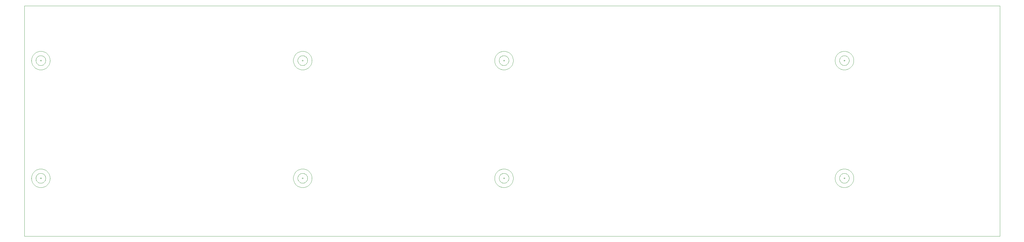
<source format=gbs>
*%FSLAX23Y23*%
*%MOIN*%
G01*
D11*
X4105Y6604D02*
X15837D01*
Y9379D02*
X4105D01*
Y6604D01*
X15837D02*
Y9379D01*
D27*
X15185Y9204D02*
D03*
X15180Y8494D02*
D03*
X15175Y8789D02*
D03*
X15125Y8919D02*
D03*
Y8569D02*
D03*
X15185Y7789D02*
D03*
Y7084D02*
D03*
Y6734D02*
D03*
X15155Y6759D02*
D03*
X15125Y6784D02*
D03*
X15095Y6809D02*
D03*
X15185Y7134D02*
D03*
X15155Y7349D02*
D03*
Y7489D02*
D03*
X15030Y6829D02*
D03*
X15025Y7534D02*
D03*
X14885Y8884D02*
D03*
X14990Y8839D02*
D03*
X14880Y8179D02*
D03*
X14915Y8639D02*
D03*
X14850Y8769D02*
D03*
X15020Y8239D02*
D03*
X14840Y7284D02*
D03*
X14885Y7399D02*
D03*
Y6769D02*
D03*
X14935Y7194D02*
D03*
X14710Y9134D02*
D03*
X14705Y8359D02*
D03*
X14710Y7709D02*
D03*
X14485Y9079D02*
D03*
Y8649D02*
D03*
Y8004D02*
D03*
X14455Y8929D02*
D03*
X14490Y7089D02*
D03*
X14560Y6904D02*
D03*
X14350Y8184D02*
D03*
X14290Y7860D02*
D03*
Y8504D02*
D03*
X14295Y9249D02*
D03*
X14345Y7264D02*
D03*
Y7534D02*
D03*
X14094Y9064D02*
D03*
X14185Y8909D02*
D03*
X14095Y8239D02*
D03*
X14145Y7554D02*
D03*
X13955Y9209D02*
D03*
X13900Y6989D02*
D03*
X14038Y7662D02*
D03*
X13705Y9334D02*
D03*
X13780Y8889D02*
D03*
X13790Y7794D02*
D03*
Y8279D02*
D03*
X13805Y8379D02*
D03*
X13730Y7934D02*
D03*
X13670Y8368D02*
D03*
X13795Y7934D02*
D03*
X13765Y6894D02*
D03*
X13790Y7284D02*
D03*
X13805Y7454D02*
D03*
X13660Y7599D02*
D03*
X13480Y8609D02*
D03*
X13511Y8574D02*
D03*
X13570Y8889D02*
D03*
X13485Y8104D02*
D03*
Y7619D02*
D03*
X13540Y6794D02*
D03*
X13578Y7044D02*
D03*
X13485Y7529D02*
D03*
X13335Y9299D02*
D03*
X13370Y8434D02*
D03*
X13385Y7964D02*
D03*
X13363Y8521D02*
D03*
X13260Y8474D02*
D03*
X13425Y7964D02*
D03*
X13410Y7919D02*
D03*
X13425Y7019D02*
D03*
X13410Y7434D02*
D03*
X13430Y6944D02*
D03*
X13410Y7474D02*
D03*
X13250Y7987D02*
D03*
X13185Y8909D02*
D03*
X13120Y6997D02*
D03*
X13255Y7539D02*
D03*
X12885Y9249D02*
D03*
X12880Y7874D02*
D03*
Y8324D02*
D03*
Y8699D02*
D03*
Y8549D02*
D03*
Y8099D02*
D03*
X12930Y7019D02*
D03*
X12880Y7424D02*
D03*
Y7199D02*
D03*
Y7649D02*
D03*
X12857Y9324D02*
D03*
X12805Y9074D02*
D03*
X12804Y9194D02*
D03*
X12736Y8979D02*
D03*
X12750Y6854D02*
D03*
X12865D02*
D03*
Y6959D02*
D03*
X12750Y6989D02*
D03*
X12715Y6874D02*
D03*
X12575Y9134D02*
D03*
X12610Y8499D02*
D03*
X12505Y9152D02*
D03*
X12525Y8509D02*
D03*
X12495Y8479D02*
D03*
X12623Y8808D02*
D03*
X12601Y8778D02*
D03*
X12560Y8344D02*
D03*
X12570Y7759D02*
D03*
X12568Y8190D02*
D03*
X12531Y7955D02*
D03*
X12593Y6796D02*
D03*
X12465Y8788D02*
D03*
X12284Y8909D02*
D03*
X12343Y8363D02*
D03*
X12403Y8364D02*
D03*
X12373Y8394D02*
D03*
X12313D02*
D03*
X12435Y8419D02*
D03*
X12465Y8449D02*
D03*
X12285Y7754D02*
D03*
X12440Y7759D02*
D03*
X12437Y8190D02*
D03*
Y8065D02*
D03*
X12470Y7299D02*
D03*
X12315Y6854D02*
D03*
Y7009D02*
D03*
X12470Y7635D02*
D03*
X12415Y7069D02*
D03*
Y6949D02*
D03*
X12450Y6909D02*
D03*
X12361Y6764D02*
D03*
X12244Y8909D02*
D03*
X12258Y8394D02*
D03*
X12228Y8419D02*
D03*
X12198Y8449D02*
D03*
X12168Y8479D02*
D03*
X12113Y8404D02*
D03*
X12100Y7869D02*
D03*
X12130Y7839D02*
D03*
X12255Y7784D02*
D03*
X12225Y7814D02*
D03*
X12195Y7844D02*
D03*
X12200Y6854D02*
D03*
Y7039D02*
D03*
X12165Y6874D02*
D03*
X12053Y8464D02*
D03*
X11910Y8294D02*
D03*
X12083Y8434D02*
D03*
X12070Y7899D02*
D03*
X12040Y7929D02*
D03*
X11970Y7939D02*
D03*
X11940Y7969D02*
D03*
X11910Y7999D02*
D03*
X11965Y7559D02*
D03*
X12045Y6796D02*
D03*
X11903Y6909D02*
D03*
X11901Y7319D02*
D03*
X11880Y8029D02*
D03*
Y8089D02*
D03*
X11850Y8119D02*
D03*
X11820Y8149D02*
D03*
X11765Y8239D02*
D03*
X11720Y6704D02*
D03*
X11750Y6734D02*
D03*
X11765Y7559D02*
D03*
X11705Y7214D02*
D03*
X11835Y7229D02*
D03*
X11865Y6909D02*
D03*
X11805Y6759D02*
D03*
X11830Y7039D02*
D03*
X11570Y8524D02*
D03*
X11535Y8494D02*
D03*
X11505Y8524D02*
D03*
X11655Y7300D02*
D03*
X11625Y7414D02*
D03*
X11595Y7484D02*
D03*
X11565Y7559D02*
D03*
X11535Y6824D02*
D03*
X11660Y6649D02*
D03*
X11690Y6674D02*
D03*
X11385Y8324D02*
D03*
Y8024D02*
D03*
X11445Y8584D02*
D03*
X11410Y8375D02*
D03*
Y8120D02*
D03*
Y7903D02*
D03*
X11307Y8644D02*
D03*
X11385Y7679D02*
D03*
X11355Y7069D02*
D03*
X11410Y7647D02*
D03*
X11323Y7378D02*
D03*
X11465Y7389D02*
D03*
X11311Y6914D02*
D03*
X11220Y8529D02*
D03*
X11175Y8304D02*
D03*
X11300Y8218D02*
D03*
Y7824D02*
D03*
X11250Y8304D02*
D03*
X11200Y7094D02*
D03*
X11230Y7499D02*
D03*
X11155Y7144D02*
D03*
X11110D02*
D03*
Y7094D02*
D03*
X11150Y7709D02*
D03*
Y7634D02*
D03*
X11165Y7304D02*
D03*
X11055Y8444D02*
D03*
X10937Y8644D02*
D03*
X10976Y7199D02*
D03*
X11035Y7334D02*
D03*
X10935Y7199D02*
D03*
X11005Y6889D02*
D03*
Y6964D02*
D03*
X11095Y7579D02*
D03*
X10976Y7374D02*
D03*
X10760Y9344D02*
D03*
X10845Y8529D02*
D03*
X10760Y8644D02*
D03*
X10890Y7499D02*
D03*
X10780Y7035D02*
D03*
X10745Y6659D02*
D03*
X10641Y8444D02*
D03*
X10560Y7724D02*
D03*
X10681Y7579D02*
D03*
X10440Y8198D02*
D03*
X10490Y8524D02*
D03*
X10345Y8257D02*
D03*
X10350Y7989D02*
D03*
X10440Y7804D02*
D03*
X10330Y7903D02*
D03*
X10415Y8664D02*
D03*
X10480Y8399D02*
D03*
Y8329D02*
D03*
X10350Y7674D02*
D03*
X10510Y7499D02*
D03*
X10464Y7473D02*
D03*
X10485Y7724D02*
D03*
X10330Y7627D02*
D03*
X10140Y8329D02*
D03*
Y8399D02*
D03*
X10228Y7754D02*
D03*
X10200Y7924D02*
D03*
X10145Y8899D02*
D03*
X10230Y8440D02*
D03*
X10210Y8139D02*
D03*
X10260Y6749D02*
D03*
X10205Y7439D02*
D03*
X10235Y7489D02*
D03*
X10170Y7647D02*
D03*
X10140Y7521D02*
D03*
X9935Y8170D02*
D03*
X9611Y8159D02*
D03*
X9370Y8184D02*
D03*
X9530Y8034D02*
D03*
X9360Y8584D02*
D03*
X9315Y8284D02*
D03*
Y8384D02*
D03*
X9320Y8884D02*
D03*
Y8784D02*
D03*
X9266Y8134D02*
D03*
X9270Y8634D02*
D03*
X9230Y7174D02*
D03*
X9255Y7609D02*
D03*
X9110Y8459D02*
D03*
X8990Y8179D02*
D03*
Y8694D02*
D03*
X9068Y8179D02*
D03*
X9017Y8294D02*
D03*
X9094Y8694D02*
D03*
X9017Y8799D02*
D03*
X9120Y8964D02*
D03*
X8985Y7084D02*
D03*
X9090Y7232D02*
D03*
X9060Y7174D02*
D03*
X8880Y8109D02*
D03*
Y8614D02*
D03*
X8815Y8303D02*
D03*
Y8808D02*
D03*
X8890Y7344D02*
D03*
X8945Y7444D02*
D03*
X8585Y7949D02*
D03*
Y7504D02*
D03*
X8610Y7339D02*
D03*
X8745Y7184D02*
D03*
X8415Y8164D02*
D03*
Y8669D02*
D03*
X8240Y8929D02*
D03*
X8110Y8721D02*
D03*
X7815Y8749D02*
D03*
Y7304D02*
D03*
X7710Y7344D02*
D03*
X7300Y6859D02*
D03*
X6715Y8494D02*
D03*
X6612Y9124D02*
D03*
X6575Y8494D02*
D03*
X6485Y7304D02*
D03*
X5865Y9129D02*
D03*
X5962Y8494D02*
D03*
X5823D02*
D03*
X5340Y7979D02*
D03*
X5335Y8529D02*
D03*
X5190Y8474D02*
D03*
Y7924D02*
D03*
X5226Y7727D02*
D03*
X5190Y7419D02*
D03*
X5130Y7139D02*
D03*
X5060Y7174D02*
D03*
X5040Y8224D02*
D03*
Y7927D02*
D03*
X4926Y8424D02*
D03*
X4655Y8024D02*
D03*
X4840Y7394D02*
D03*
X4820Y7579D02*
D03*
X4305Y6794D02*
D03*
D31*
X13855Y8720D02*
X13856D01*
X13855D02*
X13856Y8709D01*
X13857Y8699D01*
X13860Y8688D01*
X13863Y8678D01*
X13867Y8669D01*
X13873Y8659D01*
X13879Y8651D01*
X13886Y8643D01*
X13894Y8635D01*
X13902Y8629D01*
X13911Y8623D01*
X13920Y8618D01*
X13930Y8614D01*
X13941Y8611D01*
X13951Y8609D01*
X13962Y8608D01*
X13972D01*
X13983Y8609D01*
X13993Y8611D01*
X14004Y8614D01*
X14014Y8618D01*
X14023Y8623D01*
X14032Y8629D01*
X14040Y8635D01*
X14048Y8643D01*
X14055Y8651D01*
X14061Y8659D01*
X14067Y8669D01*
X14071Y8678D01*
X14074Y8688D01*
X14077Y8699D01*
X14078Y8709D01*
X14079Y8720D01*
X14080D01*
X14079D02*
X14078Y8731D01*
X14077Y8741D01*
X14074Y8752D01*
X14071Y8762D01*
X14067Y8771D01*
X14061Y8781D01*
X14055Y8789D01*
X14048Y8797D01*
X14040Y8805D01*
X14032Y8811D01*
X14023Y8817D01*
X14014Y8822D01*
X14004Y8826D01*
X13993Y8829D01*
X13983Y8831D01*
X13972Y8832D01*
X13962D01*
X13951Y8831D01*
X13941Y8829D01*
X13930Y8826D01*
X13920Y8822D01*
X13911Y8817D01*
X13902Y8811D01*
X13894Y8805D01*
X13886Y8797D01*
X13879Y8789D01*
X13873Y8781D01*
X13867Y8771D01*
X13863Y8762D01*
X13860Y8752D01*
X13857Y8741D01*
X13856Y8731D01*
X13855Y8720D01*
X13908D02*
X13909D01*
X13908D02*
X13909Y8711D01*
X13911Y8703D01*
X13914Y8694D01*
X13918Y8687D01*
X13924Y8680D01*
X13930Y8674D01*
X13938Y8669D01*
X13945Y8665D01*
X13954Y8662D01*
X13963Y8661D01*
X13971D01*
X13980Y8662D01*
X13989Y8665D01*
X13996Y8669D01*
X14004Y8674D01*
X14010Y8680D01*
X14016Y8687D01*
X14020Y8694D01*
X14023Y8703D01*
X14025Y8711D01*
X14026Y8720D01*
X14027D01*
X14026D02*
X14025Y8729D01*
X14023Y8737D01*
X14020Y8746D01*
X14016Y8753D01*
X14010Y8760D01*
X14004Y8766D01*
X13996Y8771D01*
X13989Y8775D01*
X13980Y8778D01*
X13971Y8779D01*
X13963D01*
X13954Y8778D01*
X13945Y8775D01*
X13938Y8771D01*
X13930Y8766D01*
X13924Y8760D01*
X13918Y8753D01*
X13914Y8746D01*
X13911Y8737D01*
X13909Y8729D01*
X13908Y8720D01*
X13961D02*
X13962D01*
X13961D02*
X13961Y8718D01*
X13962Y8716D01*
X13964Y8715D01*
X13966Y8714D01*
X13968D01*
X13970Y8715D01*
X13972Y8716D01*
X13973Y8718D01*
X13973Y8720D01*
X13974D01*
X13973D02*
X13973Y8722D01*
X13972Y8724D01*
X13970Y8725D01*
X13968Y8726D01*
X13966D01*
X13964Y8725D01*
X13962Y8724D01*
X13961Y8722D01*
X13961Y8720D01*
X13855Y7303D02*
X13856D01*
X13855D02*
X13856Y7292D01*
X13857Y7282D01*
X13860Y7271D01*
X13863Y7261D01*
X13867Y7252D01*
X13873Y7242D01*
X13879Y7234D01*
X13886Y7226D01*
X13894Y7218D01*
X13902Y7212D01*
X13911Y7206D01*
X13920Y7201D01*
X13930Y7197D01*
X13941Y7194D01*
X13951Y7192D01*
X13962Y7191D01*
X13972D01*
X13983Y7192D01*
X13993Y7194D01*
X14004Y7197D01*
X14014Y7201D01*
X14023Y7206D01*
X14032Y7212D01*
X14040Y7218D01*
X14048Y7226D01*
X14055Y7234D01*
X14061Y7242D01*
X14067Y7252D01*
X14071Y7261D01*
X14074Y7271D01*
X14077Y7282D01*
X14078Y7292D01*
X14079Y7303D01*
X14080D01*
X14079D02*
X14078Y7314D01*
X14077Y7324D01*
X14074Y7335D01*
X14071Y7345D01*
X14067Y7354D01*
X14061Y7364D01*
X14055Y7372D01*
X14048Y7380D01*
X14040Y7388D01*
X14032Y7394D01*
X14023Y7400D01*
X14014Y7405D01*
X14004Y7409D01*
X13993Y7412D01*
X13983Y7414D01*
X13972Y7415D01*
X13962D01*
X13951Y7414D01*
X13941Y7412D01*
X13930Y7409D01*
X13920Y7405D01*
X13911Y7400D01*
X13902Y7394D01*
X13894Y7388D01*
X13886Y7380D01*
X13879Y7372D01*
X13873Y7364D01*
X13867Y7354D01*
X13863Y7345D01*
X13860Y7335D01*
X13857Y7324D01*
X13856Y7314D01*
X13855Y7303D01*
X13908D02*
X13909D01*
X13908D02*
X13909Y7294D01*
X13911Y7286D01*
X13914Y7277D01*
X13918Y7270D01*
X13924Y7263D01*
X13930Y7257D01*
X13938Y7252D01*
X13945Y7248D01*
X13954Y7245D01*
X13963Y7244D01*
X13971D01*
X13980Y7245D01*
X13989Y7248D01*
X13996Y7252D01*
X14004Y7257D01*
X14010Y7263D01*
X14016Y7270D01*
X14020Y7277D01*
X14023Y7286D01*
X14025Y7294D01*
X14026Y7303D01*
X14027D01*
X14026D02*
X14025Y7312D01*
X14023Y7320D01*
X14020Y7329D01*
X14016Y7336D01*
X14010Y7343D01*
X14004Y7349D01*
X13996Y7354D01*
X13989Y7358D01*
X13980Y7361D01*
X13971Y7362D01*
X13963D01*
X13954Y7361D01*
X13945Y7358D01*
X13938Y7354D01*
X13930Y7349D01*
X13924Y7343D01*
X13918Y7336D01*
X13914Y7329D01*
X13911Y7320D01*
X13909Y7312D01*
X13908Y7303D01*
X13961D02*
X13962D01*
X13961D02*
X13961Y7301D01*
X13962Y7299D01*
X13964Y7298D01*
X13966Y7297D01*
X13968D01*
X13970Y7298D01*
X13972Y7299D01*
X13973Y7301D01*
X13973Y7303D01*
X13974D01*
X13973D02*
X13973Y7305D01*
X13972Y7307D01*
X13970Y7308D01*
X13968Y7309D01*
X13966D01*
X13964Y7308D01*
X13962Y7307D01*
X13961Y7305D01*
X13961Y7303D01*
X9761Y8720D02*
X9762D01*
X9761D02*
X9762Y8709D01*
X9763Y8699D01*
X9766Y8688D01*
X9769Y8678D01*
X9773Y8669D01*
X9779Y8659D01*
X9785Y8651D01*
X9792Y8643D01*
X9800Y8635D01*
X9808Y8629D01*
X9817Y8623D01*
X9826Y8618D01*
X9836Y8614D01*
X9847Y8611D01*
X9857Y8609D01*
X9868Y8608D01*
X9878D01*
X9889Y8609D01*
X9899Y8611D01*
X9910Y8614D01*
X9920Y8618D01*
X9929Y8623D01*
X9938Y8629D01*
X9946Y8635D01*
X9954Y8643D01*
X9961Y8651D01*
X9967Y8659D01*
X9973Y8669D01*
X9977Y8678D01*
X9980Y8688D01*
X9983Y8699D01*
X9984Y8709D01*
X9985Y8720D01*
X9986D01*
X9985D02*
X9984Y8731D01*
X9983Y8741D01*
X9980Y8752D01*
X9977Y8762D01*
X9973Y8771D01*
X9967Y8781D01*
X9961Y8789D01*
X9954Y8797D01*
X9946Y8805D01*
X9938Y8811D01*
X9929Y8817D01*
X9920Y8822D01*
X9910Y8826D01*
X9899Y8829D01*
X9889Y8831D01*
X9878Y8832D01*
X9868D01*
X9857Y8831D01*
X9847Y8829D01*
X9836Y8826D01*
X9826Y8822D01*
X9817Y8817D01*
X9808Y8811D01*
X9800Y8805D01*
X9792Y8797D01*
X9785Y8789D01*
X9779Y8781D01*
X9773Y8771D01*
X9769Y8762D01*
X9766Y8752D01*
X9763Y8741D01*
X9762Y8731D01*
X9761Y8720D01*
X9814D02*
X9815D01*
X9814D02*
X9815Y8711D01*
X9817Y8703D01*
X9820Y8694D01*
X9824Y8687D01*
X9830Y8680D01*
X9836Y8674D01*
X9844Y8669D01*
X9851Y8665D01*
X9860Y8662D01*
X9869Y8661D01*
X9877D01*
X9886Y8662D01*
X9895Y8665D01*
X9902Y8669D01*
X9910Y8674D01*
X9916Y8680D01*
X9922Y8687D01*
X9926Y8694D01*
X9929Y8703D01*
X9931Y8711D01*
X9932Y8720D01*
X9933D01*
X9932D02*
X9931Y8729D01*
X9929Y8737D01*
X9926Y8746D01*
X9922Y8753D01*
X9916Y8760D01*
X9910Y8766D01*
X9902Y8771D01*
X9895Y8775D01*
X9886Y8778D01*
X9877Y8779D01*
X9869D01*
X9860Y8778D01*
X9851Y8775D01*
X9844Y8771D01*
X9836Y8766D01*
X9830Y8760D01*
X9824Y8753D01*
X9820Y8746D01*
X9817Y8737D01*
X9815Y8729D01*
X9814Y8720D01*
X9867D02*
X9868D01*
X9867D02*
X9867Y8718D01*
X9868Y8716D01*
X9870Y8715D01*
X9872Y8714D01*
X9874D01*
X9876Y8715D01*
X9878Y8716D01*
X9879Y8718D01*
X9879Y8720D01*
X9880D01*
X9879D02*
X9879Y8722D01*
X9878Y8724D01*
X9876Y8725D01*
X9874Y8726D01*
X9872D01*
X9870Y8725D01*
X9868Y8724D01*
X9867Y8722D01*
X9867Y8720D01*
X9761Y7303D02*
X9762D01*
X9761D02*
X9762Y7292D01*
X9763Y7282D01*
X9766Y7271D01*
X9769Y7261D01*
X9773Y7252D01*
X9779Y7242D01*
X9785Y7234D01*
X9792Y7226D01*
X9800Y7218D01*
X9808Y7212D01*
X9817Y7206D01*
X9826Y7201D01*
X9836Y7197D01*
X9847Y7194D01*
X9857Y7192D01*
X9868Y7191D01*
X9878D01*
X9889Y7192D01*
X9899Y7194D01*
X9910Y7197D01*
X9920Y7201D01*
X9929Y7206D01*
X9938Y7212D01*
X9946Y7218D01*
X9954Y7226D01*
X9961Y7234D01*
X9967Y7242D01*
X9973Y7252D01*
X9977Y7261D01*
X9980Y7271D01*
X9983Y7282D01*
X9984Y7292D01*
X9985Y7303D01*
X9986D01*
X9985D02*
X9984Y7314D01*
X9983Y7324D01*
X9980Y7335D01*
X9977Y7345D01*
X9973Y7354D01*
X9967Y7364D01*
X9961Y7372D01*
X9954Y7380D01*
X9946Y7388D01*
X9938Y7394D01*
X9929Y7400D01*
X9920Y7405D01*
X9910Y7409D01*
X9899Y7412D01*
X9889Y7414D01*
X9878Y7415D01*
X9868D01*
X9857Y7414D01*
X9847Y7412D01*
X9836Y7409D01*
X9826Y7405D01*
X9817Y7400D01*
X9808Y7394D01*
X9800Y7388D01*
X9792Y7380D01*
X9785Y7372D01*
X9779Y7364D01*
X9773Y7354D01*
X9769Y7345D01*
X9766Y7335D01*
X9763Y7324D01*
X9762Y7314D01*
X9761Y7303D01*
X9814D02*
X9815D01*
X9814D02*
X9815Y7294D01*
X9817Y7286D01*
X9820Y7277D01*
X9824Y7270D01*
X9830Y7263D01*
X9836Y7257D01*
X9844Y7252D01*
X9851Y7248D01*
X9860Y7245D01*
X9869Y7244D01*
X9877D01*
X9886Y7245D01*
X9895Y7248D01*
X9902Y7252D01*
X9910Y7257D01*
X9916Y7263D01*
X9922Y7270D01*
X9926Y7277D01*
X9929Y7286D01*
X9931Y7294D01*
X9932Y7303D01*
X9933D01*
X9932D02*
X9931Y7312D01*
X9929Y7320D01*
X9926Y7329D01*
X9922Y7336D01*
X9916Y7343D01*
X9910Y7349D01*
X9902Y7354D01*
X9895Y7358D01*
X9886Y7361D01*
X9877Y7362D01*
X9869D01*
X9860Y7361D01*
X9851Y7358D01*
X9844Y7354D01*
X9836Y7349D01*
X9830Y7343D01*
X9824Y7336D01*
X9820Y7329D01*
X9817Y7320D01*
X9815Y7312D01*
X9814Y7303D01*
X9867D02*
X9868D01*
X9867D02*
X9867Y7301D01*
X9868Y7299D01*
X9870Y7298D01*
X9872Y7297D01*
X9874D01*
X9876Y7298D01*
X9878Y7299D01*
X9879Y7301D01*
X9879Y7303D01*
X9880D01*
X9879D02*
X9879Y7305D01*
X9878Y7307D01*
X9876Y7308D01*
X9874Y7309D01*
X9872D01*
X9870Y7308D01*
X9868Y7307D01*
X9867Y7305D01*
X9867Y7303D01*
X7339Y8720D02*
X7340D01*
X7339D02*
X7340Y8709D01*
X7341Y8699D01*
X7344Y8688D01*
X7347Y8678D01*
X7351Y8669D01*
X7357Y8659D01*
X7363Y8651D01*
X7370Y8643D01*
X7378Y8635D01*
X7386Y8629D01*
X7395Y8623D01*
X7404Y8618D01*
X7414Y8614D01*
X7425Y8611D01*
X7435Y8609D01*
X7446Y8608D01*
X7456D01*
X7467Y8609D01*
X7477Y8611D01*
X7488Y8614D01*
X7498Y8618D01*
X7507Y8623D01*
X7516Y8629D01*
X7524Y8635D01*
X7532Y8643D01*
X7539Y8651D01*
X7545Y8659D01*
X7551Y8669D01*
X7555Y8678D01*
X7558Y8688D01*
X7561Y8699D01*
X7562Y8709D01*
X7563Y8720D01*
X7564D01*
X7563D02*
X7562Y8731D01*
X7561Y8741D01*
X7558Y8752D01*
X7555Y8762D01*
X7551Y8771D01*
X7545Y8781D01*
X7539Y8789D01*
X7532Y8797D01*
X7524Y8805D01*
X7516Y8811D01*
X7507Y8817D01*
X7498Y8822D01*
X7488Y8826D01*
X7477Y8829D01*
X7467Y8831D01*
X7456Y8832D01*
X7446D01*
X7435Y8831D01*
X7425Y8829D01*
X7414Y8826D01*
X7404Y8822D01*
X7395Y8817D01*
X7386Y8811D01*
X7378Y8805D01*
X7370Y8797D01*
X7363Y8789D01*
X7357Y8781D01*
X7351Y8771D01*
X7347Y8762D01*
X7344Y8752D01*
X7341Y8741D01*
X7340Y8731D01*
X7339Y8720D01*
X7392D02*
X7393D01*
X7392D02*
X7393Y8711D01*
X7395Y8703D01*
X7398Y8694D01*
X7402Y8687D01*
X7408Y8680D01*
X7414Y8674D01*
X7422Y8669D01*
X7429Y8665D01*
X7438Y8662D01*
X7447Y8661D01*
X7455D01*
X7464Y8662D01*
X7473Y8665D01*
X7480Y8669D01*
X7488Y8674D01*
X7494Y8680D01*
X7500Y8687D01*
X7504Y8694D01*
X7507Y8703D01*
X7509Y8711D01*
X7510Y8720D01*
X7511D01*
X7510D02*
X7509Y8729D01*
X7507Y8737D01*
X7504Y8746D01*
X7500Y8753D01*
X7494Y8760D01*
X7488Y8766D01*
X7480Y8771D01*
X7473Y8775D01*
X7464Y8778D01*
X7455Y8779D01*
X7447D01*
X7438Y8778D01*
X7429Y8775D01*
X7422Y8771D01*
X7414Y8766D01*
X7408Y8760D01*
X7402Y8753D01*
X7398Y8746D01*
X7395Y8737D01*
X7393Y8729D01*
X7392Y8720D01*
X7445D02*
X7446D01*
X7445D02*
X7445Y8718D01*
X7446Y8716D01*
X7448Y8715D01*
X7450Y8714D01*
X7452D01*
X7454Y8715D01*
X7456Y8716D01*
X7457Y8718D01*
X7457Y8720D01*
X7458D01*
X7457D02*
X7457Y8722D01*
X7456Y8724D01*
X7454Y8725D01*
X7452Y8726D01*
X7450D01*
X7448Y8725D01*
X7446Y8724D01*
X7445Y8722D01*
X7445Y8720D01*
X7339Y7303D02*
X7340D01*
X7339D02*
X7340Y7292D01*
X7341Y7282D01*
X7344Y7271D01*
X7347Y7261D01*
X7351Y7252D01*
X7357Y7242D01*
X7363Y7234D01*
X7370Y7226D01*
X7378Y7218D01*
X7386Y7212D01*
X7395Y7206D01*
X7404Y7201D01*
X7414Y7197D01*
X7425Y7194D01*
X7435Y7192D01*
X7446Y7191D01*
X7456D01*
X7467Y7192D01*
X7477Y7194D01*
X7488Y7197D01*
X7498Y7201D01*
X7507Y7206D01*
X7516Y7212D01*
X7524Y7218D01*
X7532Y7226D01*
X7539Y7234D01*
X7545Y7242D01*
X7551Y7252D01*
X7555Y7261D01*
X7558Y7271D01*
X7561Y7282D01*
X7562Y7292D01*
X7563Y7303D01*
X7564D01*
X7563D02*
X7562Y7314D01*
X7561Y7324D01*
X7558Y7335D01*
X7555Y7345D01*
X7551Y7354D01*
X7545Y7364D01*
X7539Y7372D01*
X7532Y7380D01*
X7524Y7388D01*
X7516Y7394D01*
X7507Y7400D01*
X7498Y7405D01*
X7488Y7409D01*
X7477Y7412D01*
X7467Y7414D01*
X7456Y7415D01*
X7446D01*
X7435Y7414D01*
X7425Y7412D01*
X7414Y7409D01*
X7404Y7405D01*
X7395Y7400D01*
X7386Y7394D01*
X7378Y7388D01*
X7370Y7380D01*
X7363Y7372D01*
X7357Y7364D01*
X7351Y7354D01*
X7347Y7345D01*
X7344Y7335D01*
X7341Y7324D01*
X7340Y7314D01*
X7339Y7303D01*
X7392D02*
X7393D01*
X7392D02*
X7393Y7294D01*
X7395Y7286D01*
X7398Y7277D01*
X7402Y7270D01*
X7408Y7263D01*
X7414Y7257D01*
X7422Y7252D01*
X7429Y7248D01*
X7438Y7245D01*
X7447Y7244D01*
X7455D01*
X7464Y7245D01*
X7473Y7248D01*
X7480Y7252D01*
X7488Y7257D01*
X7494Y7263D01*
X7500Y7270D01*
X7504Y7277D01*
X7507Y7286D01*
X7509Y7294D01*
X7510Y7303D01*
X7511D01*
X7510D02*
X7509Y7312D01*
X7507Y7320D01*
X7504Y7329D01*
X7500Y7336D01*
X7494Y7343D01*
X7488Y7349D01*
X7480Y7354D01*
X7473Y7358D01*
X7464Y7361D01*
X7455Y7362D01*
X7447D01*
X7438Y7361D01*
X7429Y7358D01*
X7422Y7354D01*
X7414Y7349D01*
X7408Y7343D01*
X7402Y7336D01*
X7398Y7329D01*
X7395Y7320D01*
X7393Y7312D01*
X7392Y7303D01*
X7445D02*
X7446D01*
X7445D02*
X7445Y7301D01*
X7446Y7299D01*
X7448Y7298D01*
X7450Y7297D01*
X7452D01*
X7454Y7298D01*
X7456Y7299D01*
X7457Y7301D01*
X7457Y7303D01*
X7458D01*
X7457D02*
X7457Y7305D01*
X7456Y7307D01*
X7454Y7308D01*
X7452Y7309D01*
X7450D01*
X7448Y7308D01*
X7446Y7307D01*
X7445Y7305D01*
X7445Y7303D01*
X4190Y8720D02*
X4191D01*
X4190D02*
X4191Y8709D01*
X4192Y8699D01*
X4195Y8688D01*
X4198Y8678D01*
X4202Y8669D01*
X4208Y8659D01*
X4214Y8651D01*
X4221Y8643D01*
X4229Y8635D01*
X4237Y8629D01*
X4246Y8623D01*
X4255Y8618D01*
X4265Y8614D01*
X4276Y8611D01*
X4286Y8609D01*
X4297Y8608D01*
X4307D01*
X4318Y8609D01*
X4328Y8611D01*
X4339Y8614D01*
X4349Y8618D01*
X4358Y8623D01*
X4367Y8629D01*
X4375Y8635D01*
X4383Y8643D01*
X4390Y8651D01*
X4396Y8659D01*
X4402Y8669D01*
X4406Y8678D01*
X4409Y8688D01*
X4412Y8699D01*
X4413Y8709D01*
X4414Y8720D01*
X4415D01*
X4414D02*
X4413Y8731D01*
X4412Y8741D01*
X4409Y8752D01*
X4406Y8762D01*
X4402Y8771D01*
X4396Y8781D01*
X4390Y8789D01*
X4383Y8797D01*
X4375Y8805D01*
X4367Y8811D01*
X4358Y8817D01*
X4349Y8822D01*
X4339Y8826D01*
X4328Y8829D01*
X4318Y8831D01*
X4307Y8832D01*
X4297D01*
X4286Y8831D01*
X4276Y8829D01*
X4265Y8826D01*
X4255Y8822D01*
X4246Y8817D01*
X4237Y8811D01*
X4229Y8805D01*
X4221Y8797D01*
X4214Y8789D01*
X4208Y8781D01*
X4202Y8771D01*
X4198Y8762D01*
X4195Y8752D01*
X4192Y8741D01*
X4191Y8731D01*
X4190Y8720D01*
X4243D02*
X4244D01*
X4243D02*
X4244Y8711D01*
X4246Y8703D01*
X4249Y8694D01*
X4253Y8687D01*
X4259Y8680D01*
X4265Y8674D01*
X4272Y8669D01*
X4280Y8665D01*
X4289Y8662D01*
X4298Y8661D01*
X4306D01*
X4315Y8662D01*
X4324Y8665D01*
X4332Y8669D01*
X4339Y8674D01*
X4345Y8680D01*
X4351Y8687D01*
X4355Y8694D01*
X4358Y8703D01*
X4360Y8711D01*
X4361Y8720D01*
X4362D01*
X4361D02*
X4360Y8729D01*
X4358Y8737D01*
X4355Y8746D01*
X4351Y8753D01*
X4345Y8760D01*
X4339Y8766D01*
X4332Y8771D01*
X4324Y8775D01*
X4315Y8778D01*
X4306Y8779D01*
X4298D01*
X4289Y8778D01*
X4280Y8775D01*
X4272Y8771D01*
X4265Y8766D01*
X4259Y8760D01*
X4253Y8753D01*
X4249Y8746D01*
X4246Y8737D01*
X4244Y8729D01*
X4243Y8720D01*
X4296D02*
X4297D01*
X4296D02*
X4296Y8718D01*
X4297Y8716D01*
X4299Y8715D01*
X4301Y8714D01*
X4303D01*
X4305Y8715D01*
X4307Y8716D01*
X4308Y8718D01*
X4308Y8720D01*
X4309D01*
X4308D02*
X4308Y8722D01*
X4307Y8724D01*
X4305Y8725D01*
X4303Y8726D01*
X4301D01*
X4299Y8725D01*
X4297Y8724D01*
X4296Y8722D01*
X4296Y8720D01*
X4190Y7303D02*
X4191D01*
X4190D02*
X4191Y7292D01*
X4192Y7282D01*
X4195Y7271D01*
X4198Y7261D01*
X4202Y7252D01*
X4208Y7242D01*
X4214Y7234D01*
X4221Y7226D01*
X4229Y7218D01*
X4237Y7212D01*
X4246Y7206D01*
X4255Y7201D01*
X4265Y7197D01*
X4276Y7194D01*
X4286Y7192D01*
X4297Y7191D01*
X4307D01*
X4318Y7192D01*
X4328Y7194D01*
X4339Y7197D01*
X4349Y7201D01*
X4358Y7206D01*
X4367Y7212D01*
X4375Y7218D01*
X4383Y7226D01*
X4390Y7234D01*
X4396Y7242D01*
X4402Y7252D01*
X4406Y7261D01*
X4409Y7271D01*
X4412Y7282D01*
X4413Y7292D01*
X4414Y7303D01*
X4415D01*
X4414D02*
X4413Y7314D01*
X4412Y7324D01*
X4409Y7335D01*
X4406Y7345D01*
X4402Y7354D01*
X4396Y7364D01*
X4390Y7372D01*
X4383Y7380D01*
X4375Y7388D01*
X4367Y7394D01*
X4358Y7400D01*
X4349Y7405D01*
X4339Y7409D01*
X4328Y7412D01*
X4318Y7414D01*
X4307Y7415D01*
X4297D01*
X4286Y7414D01*
X4276Y7412D01*
X4265Y7409D01*
X4255Y7405D01*
X4246Y7400D01*
X4237Y7394D01*
X4229Y7388D01*
X4221Y7380D01*
X4214Y7372D01*
X4208Y7364D01*
X4202Y7354D01*
X4198Y7345D01*
X4195Y7335D01*
X4192Y7324D01*
X4191Y7314D01*
X4190Y7303D01*
X4243D02*
X4244D01*
X4243D02*
X4244Y7294D01*
X4246Y7286D01*
X4249Y7277D01*
X4253Y7270D01*
X4259Y7263D01*
X4265Y7257D01*
X4272Y7252D01*
X4280Y7248D01*
X4289Y7245D01*
X4298Y7244D01*
X4306D01*
X4315Y7245D01*
X4324Y7248D01*
X4332Y7252D01*
X4339Y7257D01*
X4345Y7263D01*
X4351Y7270D01*
X4355Y7277D01*
X4358Y7286D01*
X4360Y7294D01*
X4361Y7303D01*
X4362D01*
X4361D02*
X4360Y7312D01*
X4358Y7320D01*
X4355Y7329D01*
X4351Y7336D01*
X4345Y7343D01*
X4339Y7349D01*
X4332Y7354D01*
X4324Y7358D01*
X4315Y7361D01*
X4306Y7362D01*
X4298D01*
X4289Y7361D01*
X4280Y7358D01*
X4272Y7354D01*
X4265Y7349D01*
X4259Y7343D01*
X4253Y7336D01*
X4249Y7329D01*
X4246Y7320D01*
X4244Y7312D01*
X4243Y7303D01*
X4296D02*
X4297D01*
X4296D02*
X4296Y7301D01*
X4297Y7299D01*
X4299Y7298D01*
X4301Y7297D01*
X4303D01*
X4305Y7298D01*
X4307Y7299D01*
X4308Y7301D01*
X4308Y7303D01*
X4309D01*
X4308D02*
X4308Y7305D01*
X4307Y7307D01*
X4305Y7308D01*
X4303Y7309D01*
X4301D01*
X4299Y7308D01*
X4297Y7307D01*
X4296Y7305D01*
X4296Y7303D01*
D35*
X11305Y9139D02*
D03*
X10905D02*
D03*
X11855Y9239D02*
D03*
X11805Y9139D02*
D03*
X11755Y9239D02*
D03*
X11705Y9139D02*
D03*
X11655Y9239D02*
D03*
X11605Y9139D02*
D03*
X11555Y9239D02*
D03*
X11505Y9139D02*
D03*
X11455Y9239D02*
D03*
X11405Y9139D02*
D03*
X11355Y9239D02*
D03*
X11255D02*
D03*
X11205Y9139D02*
D03*
X11155Y9239D02*
D03*
X11105Y9139D02*
D03*
X11055Y9239D02*
D03*
X11005Y9139D02*
D03*
X10955Y9239D02*
D03*
X10115Y9139D02*
D03*
X9715D02*
D03*
X10665Y9239D02*
D03*
X10615Y9139D02*
D03*
X10565Y9239D02*
D03*
X10515Y9139D02*
D03*
X10465Y9239D02*
D03*
X10415Y9139D02*
D03*
X10365Y9239D02*
D03*
X10315Y9139D02*
D03*
X10265Y9239D02*
D03*
X10215Y9139D02*
D03*
X10165Y9239D02*
D03*
X10065D02*
D03*
X10015Y9139D02*
D03*
X9965Y9239D02*
D03*
X9915Y9139D02*
D03*
X9865Y9239D02*
D03*
X9815Y9139D02*
D03*
X9765Y9239D02*
D03*
X9155Y7454D02*
D03*
X9355D02*
D03*
X4352Y7961D02*
D03*
Y7561D02*
D03*
X4252Y8511D02*
D03*
X4352Y8461D02*
D03*
X4252Y8411D02*
D03*
X4352Y8361D02*
D03*
X4252Y8311D02*
D03*
X4352Y8261D02*
D03*
X4252Y8211D02*
D03*
X4352Y8161D02*
D03*
X4252Y8111D02*
D03*
X4352Y8061D02*
D03*
X4252Y8011D02*
D03*
Y7911D02*
D03*
X4352Y7861D02*
D03*
X4252Y7811D02*
D03*
X4352Y7761D02*
D03*
X4252Y7711D02*
D03*
X4352Y7661D02*
D03*
X4252Y7611D02*
D03*
D36*
X10685Y7009D02*
D03*
X10595D02*
D03*
X10505D02*
D03*
D39*
X11416Y6784D02*
D03*
X11316D02*
D03*
X11216D02*
D03*
X11116D02*
D03*
X11016D02*
D03*
X10916D02*
D03*
X8990D02*
D03*
X9090D02*
D03*
X9190D02*
D03*
X9290D02*
D03*
X9390D02*
D03*
X9490D02*
D03*
D42*
X15371Y9175D02*
D03*
Y9075D02*
D03*
Y8366D02*
D03*
Y8466D02*
D03*
Y7757D02*
D03*
Y7657D02*
D03*
Y6948D02*
D03*
Y7048D02*
D03*
D44*
X10849Y9211D02*
D03*
X9659D02*
D03*
X4280Y7505D02*
D03*
D51*
X15571Y9275D02*
D03*
D53*
Y8875D02*
D03*
Y8566D02*
D03*
Y8166D02*
D03*
Y7457D02*
D03*
Y7857D02*
D03*
Y7148D02*
D03*
Y6748D02*
D03*
D98*
X11210Y7709D02*
D03*
X11300D02*
D03*
X11210Y7634D02*
D03*
X11300D02*
D03*
D108*
X11250Y8354D02*
D03*
Y8444D02*
D03*
X11175Y8354D02*
D03*
Y8444D02*
D03*
X10485Y7669D02*
D03*
Y7579D02*
D03*
X10560Y7669D02*
D03*
Y7579D02*
D03*
D111*
X10816Y6784D02*
D03*
X8890D02*
D03*
M02*

</source>
